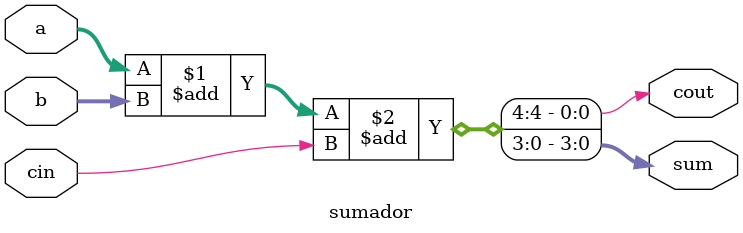
<source format=v>
module 	sumador(a, b, cin, sum, cout);
input	[3:0]	a, b;
input		cin;
output	[3:0] 	sum;
output	 	cout;

wire	[3:0] 	a,b;
wire		cout;
wire	[3:0] 	sum;





assign	#1 {cout, sum} = a + b + cin;

endmodule

</source>
